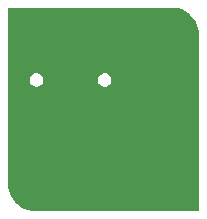
<source format=gbr>
%TF.GenerationSoftware,KiCad,Pcbnew,9.0.1*%
%TF.CreationDate,2025-11-25T19:28:09-05:00*%
%TF.ProjectId,USBCAdapter,55534243-4164-4617-9074-65722e6b6963,rev?*%
%TF.SameCoordinates,Original*%
%TF.FileFunction,Copper,L2,Bot*%
%TF.FilePolarity,Positive*%
%FSLAX46Y46*%
G04 Gerber Fmt 4.6, Leading zero omitted, Abs format (unit mm)*
G04 Created by KiCad (PCBNEW 9.0.1) date 2025-11-25 19:28:09*
%MOMM*%
%LPD*%
G01*
G04 APERTURE LIST*
%TA.AperFunction,ComponentPad*%
%ADD10C,4.700000*%
%TD*%
%TA.AperFunction,HeatsinkPad*%
%ADD11O,1.000000X2.100000*%
%TD*%
%TA.AperFunction,HeatsinkPad*%
%ADD12O,1.000000X1.800000*%
%TD*%
%TA.AperFunction,ViaPad*%
%ADD13C,0.500000*%
%TD*%
G04 APERTURE END LIST*
D10*
%TO.P,H2,1,1*%
%TO.N,GND*%
X56000000Y-55000000D03*
%TD*%
D11*
%TO.P,J1,S1,SHIELD*%
%TO.N,GND*%
X63026461Y-47039823D03*
D12*
X63026461Y-42839823D03*
D11*
X54386461Y-47039823D03*
D12*
X54386461Y-42839823D03*
%TD*%
D10*
%TO.P,H1,1,1*%
%TO.N,GND*%
X67000000Y-43000000D03*
%TD*%
D13*
%TO.N,GND*%
X68500000Y-51000000D03*
X63100000Y-54200000D03*
X69000000Y-53300000D03*
X60900000Y-42600000D03*
X65637002Y-54506186D03*
X66100000Y-48400000D03*
X60200000Y-56700000D03*
X54500000Y-50000000D03*
X59200000Y-42700000D03*
X64800000Y-45700000D03*
X68000000Y-47400000D03*
X56200000Y-42800000D03*
X61900000Y-50500000D03*
X67800000Y-54400000D03*
X65200000Y-56500000D03*
X59500000Y-53400000D03*
%TD*%
%TA.AperFunction,Conductor*%
%TO.N,GND*%
G36*
X67302992Y-40400681D02*
G01*
X67571202Y-40416904D01*
X67583057Y-40418344D01*
X67844418Y-40466240D01*
X67856019Y-40469099D01*
X68109702Y-40548150D01*
X68120865Y-40552383D01*
X68363170Y-40661436D01*
X68373756Y-40666992D01*
X68601142Y-40804452D01*
X68610980Y-40811243D01*
X68820131Y-40975102D01*
X68829080Y-40983029D01*
X69016970Y-41170919D01*
X69024897Y-41179868D01*
X69188756Y-41389019D01*
X69195547Y-41398857D01*
X69333007Y-41626243D01*
X69338563Y-41636829D01*
X69447613Y-41879127D01*
X69451852Y-41890305D01*
X69530899Y-42143977D01*
X69533760Y-42155585D01*
X69581654Y-42416935D01*
X69583095Y-42428802D01*
X69599319Y-42697006D01*
X69599500Y-42702984D01*
X69599500Y-57500500D01*
X69580593Y-57558691D01*
X69531093Y-57594655D01*
X69500500Y-57599500D01*
X55702985Y-57599500D01*
X55697008Y-57599319D01*
X55674689Y-57597969D01*
X55428802Y-57583095D01*
X55416935Y-57581654D01*
X55155585Y-57533760D01*
X55143977Y-57530899D01*
X54890305Y-57451852D01*
X54879127Y-57447613D01*
X54636829Y-57338563D01*
X54626243Y-57333007D01*
X54398857Y-57195547D01*
X54389019Y-57188756D01*
X54179868Y-57024897D01*
X54170919Y-57016970D01*
X53983029Y-56829080D01*
X53975102Y-56820131D01*
X53811243Y-56610980D01*
X53804452Y-56601142D01*
X53666992Y-56373756D01*
X53661436Y-56363170D01*
X53552386Y-56120872D01*
X53548150Y-56109702D01*
X53469099Y-55856019D01*
X53466239Y-55844414D01*
X53418345Y-55583064D01*
X53416904Y-55571196D01*
X53400681Y-55302992D01*
X53400500Y-55297015D01*
X53400500Y-46444057D01*
X55240961Y-46444057D01*
X55240961Y-46595589D01*
X55275547Y-46724670D01*
X55280181Y-46741962D01*
X55355942Y-46873183D01*
X55355944Y-46873185D01*
X55355946Y-46873188D01*
X55463096Y-46980338D01*
X55463098Y-46980339D01*
X55463100Y-46980341D01*
X55594322Y-47056102D01*
X55594320Y-47056102D01*
X55594324Y-47056103D01*
X55594326Y-47056104D01*
X55740695Y-47095323D01*
X55740697Y-47095323D01*
X55892225Y-47095323D01*
X55892227Y-47095323D01*
X56038596Y-47056104D01*
X56038598Y-47056102D01*
X56038600Y-47056102D01*
X56169821Y-46980341D01*
X56169821Y-46980340D01*
X56169826Y-46980338D01*
X56276976Y-46873188D01*
X56352742Y-46741958D01*
X56391961Y-46595589D01*
X56391961Y-46444057D01*
X61020961Y-46444057D01*
X61020961Y-46595589D01*
X61055547Y-46724670D01*
X61060181Y-46741962D01*
X61135942Y-46873183D01*
X61135944Y-46873185D01*
X61135946Y-46873188D01*
X61243096Y-46980338D01*
X61243098Y-46980339D01*
X61243100Y-46980341D01*
X61374322Y-47056102D01*
X61374320Y-47056102D01*
X61374324Y-47056103D01*
X61374326Y-47056104D01*
X61520695Y-47095323D01*
X61520697Y-47095323D01*
X61672225Y-47095323D01*
X61672227Y-47095323D01*
X61818596Y-47056104D01*
X61818598Y-47056102D01*
X61818600Y-47056102D01*
X61949821Y-46980341D01*
X61949821Y-46980340D01*
X61949826Y-46980338D01*
X62056976Y-46873188D01*
X62132742Y-46741958D01*
X62171961Y-46595589D01*
X62171961Y-46444057D01*
X62132742Y-46297688D01*
X62132740Y-46297685D01*
X62132740Y-46297683D01*
X62056979Y-46166462D01*
X62056977Y-46166460D01*
X62056976Y-46166458D01*
X61949826Y-46059308D01*
X61949823Y-46059306D01*
X61949821Y-46059304D01*
X61818599Y-45983543D01*
X61818601Y-45983543D01*
X61761808Y-45968326D01*
X61672227Y-45944323D01*
X61520695Y-45944323D01*
X61431113Y-45968326D01*
X61374321Y-45983543D01*
X61243100Y-46059304D01*
X61135942Y-46166462D01*
X61060181Y-46297683D01*
X61060180Y-46297688D01*
X61020961Y-46444057D01*
X56391961Y-46444057D01*
X56352742Y-46297688D01*
X56352740Y-46297685D01*
X56352740Y-46297683D01*
X56276979Y-46166462D01*
X56276977Y-46166460D01*
X56276976Y-46166458D01*
X56169826Y-46059308D01*
X56169823Y-46059306D01*
X56169821Y-46059304D01*
X56038599Y-45983543D01*
X56038601Y-45983543D01*
X55981808Y-45968326D01*
X55892227Y-45944323D01*
X55740695Y-45944323D01*
X55651113Y-45968326D01*
X55594321Y-45983543D01*
X55463100Y-46059304D01*
X55355942Y-46166462D01*
X55280181Y-46297683D01*
X55280180Y-46297688D01*
X55240961Y-46444057D01*
X53400500Y-46444057D01*
X53400500Y-40499500D01*
X53419407Y-40441309D01*
X53468907Y-40405345D01*
X53499500Y-40400500D01*
X55647273Y-40400500D01*
X67242417Y-40400500D01*
X67297015Y-40400500D01*
X67302992Y-40400681D01*
G37*
%TD.AperFunction*%
%TD*%
M02*

</source>
